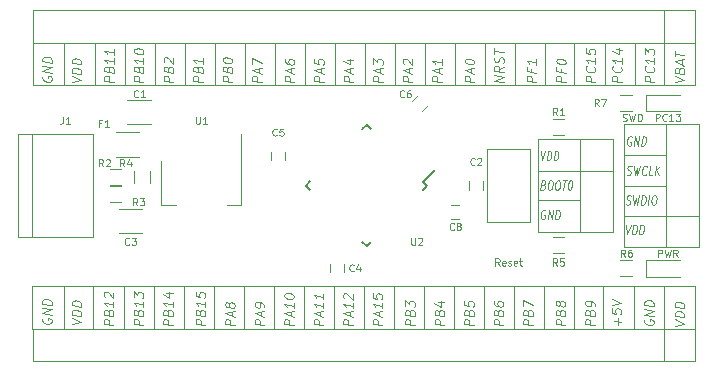
<source format=gbr>
G04 #@! TF.GenerationSoftware,KiCad,Pcbnew,(2017-05-18 revision 2a3a699)-master*
G04 #@! TF.CreationDate,2017-06-17T08:25:41+03:00*
G04 #@! TF.ProjectId,stm32f072c8tx_breakout,73746D333266303732633874785F6272,rev?*
G04 #@! TF.FileFunction,Legend,Top*
G04 #@! TF.FilePolarity,Positive*
%FSLAX46Y46*%
G04 Gerber Fmt 4.6, Leading zero omitted, Abs format (unit mm)*
G04 Created by KiCad (PCBNEW (2017-05-18 revision 2a3a699)-master) date Sat Jun 17 08:25:41 2017*
%MOMM*%
%LPD*%
G01*
G04 APERTURE LIST*
%ADD10C,0.100000*%
%ADD11C,0.120000*%
%ADD12C,0.150000*%
G04 APERTURE END LIST*
D10*
D11*
X151200000Y-121021428D02*
X151200000Y-120421428D01*
X151428571Y-120421428D01*
X151485714Y-120450000D01*
X151514285Y-120478571D01*
X151542857Y-120535714D01*
X151542857Y-120621428D01*
X151514285Y-120678571D01*
X151485714Y-120707142D01*
X151428571Y-120735714D01*
X151200000Y-120735714D01*
X151742857Y-120421428D02*
X151885714Y-121021428D01*
X152000000Y-120592857D01*
X152114285Y-121021428D01*
X152257142Y-120421428D01*
X152828571Y-121021428D02*
X152628571Y-120735714D01*
X152485714Y-121021428D02*
X152485714Y-120421428D01*
X152714285Y-120421428D01*
X152771428Y-120450000D01*
X152800000Y-120478571D01*
X152828571Y-120535714D01*
X152828571Y-120621428D01*
X152800000Y-120678571D01*
X152771428Y-120707142D01*
X152714285Y-120735714D01*
X152485714Y-120735714D01*
X150971428Y-109521428D02*
X150971428Y-108921428D01*
X151200000Y-108921428D01*
X151257142Y-108950000D01*
X151285714Y-108978571D01*
X151314285Y-109035714D01*
X151314285Y-109121428D01*
X151285714Y-109178571D01*
X151257142Y-109207142D01*
X151200000Y-109235714D01*
X150971428Y-109235714D01*
X151914285Y-109464285D02*
X151885714Y-109492857D01*
X151800000Y-109521428D01*
X151742857Y-109521428D01*
X151657142Y-109492857D01*
X151600000Y-109435714D01*
X151571428Y-109378571D01*
X151542857Y-109264285D01*
X151542857Y-109178571D01*
X151571428Y-109064285D01*
X151600000Y-109007142D01*
X151657142Y-108950000D01*
X151742857Y-108921428D01*
X151800000Y-108921428D01*
X151885714Y-108950000D01*
X151914285Y-108978571D01*
X152485714Y-109521428D02*
X152142857Y-109521428D01*
X152314285Y-109521428D02*
X152314285Y-108921428D01*
X152257142Y-109007142D01*
X152200000Y-109064285D01*
X152142857Y-109092857D01*
X152685714Y-108921428D02*
X153057142Y-108921428D01*
X152857142Y-109150000D01*
X152942857Y-109150000D01*
X153000000Y-109178571D01*
X153028571Y-109207142D01*
X153057142Y-109264285D01*
X153057142Y-109407142D01*
X153028571Y-109464285D01*
X153000000Y-109492857D01*
X152942857Y-109521428D01*
X152771428Y-109521428D01*
X152714285Y-109492857D01*
X152685714Y-109464285D01*
X148185714Y-109492857D02*
X148271428Y-109521428D01*
X148414285Y-109521428D01*
X148471428Y-109492857D01*
X148500000Y-109464285D01*
X148528571Y-109407142D01*
X148528571Y-109350000D01*
X148500000Y-109292857D01*
X148471428Y-109264285D01*
X148414285Y-109235714D01*
X148300000Y-109207142D01*
X148242857Y-109178571D01*
X148214285Y-109150000D01*
X148185714Y-109092857D01*
X148185714Y-109035714D01*
X148214285Y-108978571D01*
X148242857Y-108950000D01*
X148300000Y-108921428D01*
X148442857Y-108921428D01*
X148528571Y-108950000D01*
X148728571Y-108921428D02*
X148871428Y-109521428D01*
X148985714Y-109092857D01*
X149100000Y-109521428D01*
X149242857Y-108921428D01*
X149471428Y-109521428D02*
X149471428Y-108921428D01*
X149614285Y-108921428D01*
X149700000Y-108950000D01*
X149757142Y-109007142D01*
X149785714Y-109064285D01*
X149814285Y-109178571D01*
X149814285Y-109264285D01*
X149785714Y-109378571D01*
X149757142Y-109435714D01*
X149700000Y-109492857D01*
X149614285Y-109521428D01*
X149471428Y-109521428D01*
X137757142Y-121771428D02*
X137557142Y-121485714D01*
X137414285Y-121771428D02*
X137414285Y-121171428D01*
X137642857Y-121171428D01*
X137700000Y-121200000D01*
X137728571Y-121228571D01*
X137757142Y-121285714D01*
X137757142Y-121371428D01*
X137728571Y-121428571D01*
X137700000Y-121457142D01*
X137642857Y-121485714D01*
X137414285Y-121485714D01*
X138242857Y-121742857D02*
X138185714Y-121771428D01*
X138071428Y-121771428D01*
X138014285Y-121742857D01*
X137985714Y-121685714D01*
X137985714Y-121457142D01*
X138014285Y-121400000D01*
X138071428Y-121371428D01*
X138185714Y-121371428D01*
X138242857Y-121400000D01*
X138271428Y-121457142D01*
X138271428Y-121514285D01*
X137985714Y-121571428D01*
X138500000Y-121742857D02*
X138557142Y-121771428D01*
X138671428Y-121771428D01*
X138728571Y-121742857D01*
X138757142Y-121685714D01*
X138757142Y-121657142D01*
X138728571Y-121600000D01*
X138671428Y-121571428D01*
X138585714Y-121571428D01*
X138528571Y-121542857D01*
X138500000Y-121485714D01*
X138500000Y-121457142D01*
X138528571Y-121400000D01*
X138585714Y-121371428D01*
X138671428Y-121371428D01*
X138728571Y-121400000D01*
X139242857Y-121742857D02*
X139185714Y-121771428D01*
X139071428Y-121771428D01*
X139014285Y-121742857D01*
X138985714Y-121685714D01*
X138985714Y-121457142D01*
X139014285Y-121400000D01*
X139071428Y-121371428D01*
X139185714Y-121371428D01*
X139242857Y-121400000D01*
X139271428Y-121457142D01*
X139271428Y-121514285D01*
X138985714Y-121571428D01*
X139442857Y-121371428D02*
X139671428Y-121371428D01*
X139528571Y-121171428D02*
X139528571Y-121685714D01*
X139557142Y-121742857D01*
X139614285Y-121771428D01*
X139671428Y-121771428D01*
X141478000Y-114942857D02*
X141558952Y-114980952D01*
X141582761Y-115019047D01*
X141601809Y-115095238D01*
X141587523Y-115209523D01*
X141549428Y-115285714D01*
X141516095Y-115323809D01*
X141454190Y-115361904D01*
X141225619Y-115361904D01*
X141325619Y-114561904D01*
X141525619Y-114561904D01*
X141578000Y-114600000D01*
X141601809Y-114638095D01*
X141620857Y-114714285D01*
X141611333Y-114790476D01*
X141573238Y-114866666D01*
X141539904Y-114904761D01*
X141478000Y-114942857D01*
X141278000Y-114942857D01*
X142039904Y-114561904D02*
X142154190Y-114561904D01*
X142206571Y-114600000D01*
X142254190Y-114676190D01*
X142263714Y-114828571D01*
X142230380Y-115095238D01*
X142182761Y-115247619D01*
X142116095Y-115323809D01*
X142054190Y-115361904D01*
X141939904Y-115361904D01*
X141887523Y-115323809D01*
X141839904Y-115247619D01*
X141830380Y-115095238D01*
X141863714Y-114828571D01*
X141911333Y-114676190D01*
X141978000Y-114600000D01*
X142039904Y-114561904D01*
X142668476Y-114561904D02*
X142782761Y-114561904D01*
X142835142Y-114600000D01*
X142882761Y-114676190D01*
X142892285Y-114828571D01*
X142858952Y-115095238D01*
X142811333Y-115247619D01*
X142744666Y-115323809D01*
X142682761Y-115361904D01*
X142568476Y-115361904D01*
X142516095Y-115323809D01*
X142468476Y-115247619D01*
X142458952Y-115095238D01*
X142492285Y-114828571D01*
X142539904Y-114676190D01*
X142606571Y-114600000D01*
X142668476Y-114561904D01*
X143097047Y-114561904D02*
X143439904Y-114561904D01*
X143168476Y-115361904D02*
X143268476Y-114561904D01*
X143754190Y-114561904D02*
X143811333Y-114561904D01*
X143863714Y-114600000D01*
X143887523Y-114638095D01*
X143906571Y-114714285D01*
X143916095Y-114866666D01*
X143892285Y-115057142D01*
X143844666Y-115209523D01*
X143806571Y-115285714D01*
X143773238Y-115323809D01*
X143711333Y-115361904D01*
X143654190Y-115361904D01*
X143601809Y-115323809D01*
X143578000Y-115285714D01*
X143558952Y-115209523D01*
X143549428Y-115057142D01*
X143573238Y-114866666D01*
X143620857Y-114714285D01*
X143658952Y-114638095D01*
X143692285Y-114600000D01*
X143754190Y-114561904D01*
X141635142Y-117100000D02*
X141582761Y-117061904D01*
X141497047Y-117061904D01*
X141406571Y-117100000D01*
X141339904Y-117176190D01*
X141301809Y-117252380D01*
X141254190Y-117404761D01*
X141239904Y-117519047D01*
X141249428Y-117671428D01*
X141268476Y-117747619D01*
X141316095Y-117823809D01*
X141397047Y-117861904D01*
X141454190Y-117861904D01*
X141544666Y-117823809D01*
X141578000Y-117785714D01*
X141611333Y-117519047D01*
X141497047Y-117519047D01*
X141825619Y-117861904D02*
X141925619Y-117061904D01*
X142168476Y-117861904D01*
X142268476Y-117061904D01*
X142454190Y-117861904D02*
X142554190Y-117061904D01*
X142697047Y-117061904D01*
X142778000Y-117100000D01*
X142825619Y-117176190D01*
X142844666Y-117252380D01*
X142854190Y-117404761D01*
X142839904Y-117519047D01*
X142792285Y-117671428D01*
X142754190Y-117747619D01*
X142687523Y-117823809D01*
X142597047Y-117861904D01*
X142454190Y-117861904D01*
X141239904Y-112061904D02*
X141339904Y-112861904D01*
X141639904Y-112061904D01*
X141739904Y-112861904D02*
X141839904Y-112061904D01*
X141982761Y-112061904D01*
X142063714Y-112100000D01*
X142111333Y-112176190D01*
X142130380Y-112252380D01*
X142139904Y-112404761D01*
X142125619Y-112519047D01*
X142078000Y-112671428D01*
X142039904Y-112747619D01*
X141973238Y-112823809D01*
X141882761Y-112861904D01*
X141739904Y-112861904D01*
X142339904Y-112861904D02*
X142439904Y-112061904D01*
X142582761Y-112061904D01*
X142663714Y-112100000D01*
X142711333Y-112176190D01*
X142730380Y-112252380D01*
X142739904Y-112404761D01*
X142725619Y-112519047D01*
X142678000Y-112671428D01*
X142639904Y-112747619D01*
X142573238Y-112823809D01*
X142482761Y-112861904D01*
X142339904Y-112861904D01*
X147390000Y-111070000D02*
X147390000Y-113730000D01*
X146000000Y-111070000D02*
X147390000Y-111070000D01*
X144610000Y-112460000D02*
X144610000Y-113730000D01*
X141010000Y-118930000D02*
X144610000Y-118930000D01*
X141010000Y-116250000D02*
X144610000Y-116250000D01*
X141010000Y-113730000D02*
X144610000Y-113730000D01*
X141010000Y-118930000D02*
X141010000Y-111070000D01*
X141010000Y-111070000D02*
X144610000Y-111070000D01*
X101541904Y-126741047D02*
X102341904Y-126574380D01*
X101541904Y-126207714D01*
X102341904Y-126041047D02*
X101541904Y-125941047D01*
X101541904Y-125750571D01*
X101580000Y-125641047D01*
X101656190Y-125574380D01*
X101732380Y-125545809D01*
X101884761Y-125526761D01*
X101999047Y-125541047D01*
X102151428Y-125598190D01*
X102227619Y-125645809D01*
X102303809Y-125731523D01*
X102341904Y-125850571D01*
X102341904Y-126041047D01*
X102341904Y-125241047D02*
X101541904Y-125141047D01*
X101541904Y-124950571D01*
X101580000Y-124841047D01*
X101656190Y-124774380D01*
X101732380Y-124745809D01*
X101884761Y-124726761D01*
X101999047Y-124741047D01*
X102151428Y-124798190D01*
X102227619Y-124845809D01*
X102303809Y-124931523D01*
X102341904Y-125050571D01*
X102341904Y-125241047D01*
X99080000Y-126212476D02*
X99041904Y-126283904D01*
X99041904Y-126398190D01*
X99080000Y-126517238D01*
X99156190Y-126602952D01*
X99232380Y-126650571D01*
X99384761Y-126707714D01*
X99499047Y-126722000D01*
X99651428Y-126702952D01*
X99727619Y-126674380D01*
X99803809Y-126607714D01*
X99841904Y-126498190D01*
X99841904Y-126422000D01*
X99803809Y-126302952D01*
X99765714Y-126260095D01*
X99499047Y-126226761D01*
X99499047Y-126379142D01*
X99841904Y-125926761D02*
X99041904Y-125826761D01*
X99841904Y-125469619D01*
X99041904Y-125369619D01*
X99841904Y-125088666D02*
X99041904Y-124988666D01*
X99041904Y-124798190D01*
X99080000Y-124688666D01*
X99156190Y-124622000D01*
X99232380Y-124593428D01*
X99384761Y-124574380D01*
X99499047Y-124588666D01*
X99651428Y-124645809D01*
X99727619Y-124693428D01*
X99803809Y-124779142D01*
X99841904Y-124898190D01*
X99841904Y-125088666D01*
X98210000Y-123510000D02*
X98210000Y-127110000D01*
X100860000Y-123510000D02*
X100860000Y-127110000D01*
X140861904Y-106226761D02*
X140061904Y-106126761D01*
X140061904Y-105822000D01*
X140100000Y-105750571D01*
X140138095Y-105717238D01*
X140214285Y-105688666D01*
X140328571Y-105702952D01*
X140404761Y-105750571D01*
X140442857Y-105793428D01*
X140480952Y-105874380D01*
X140480952Y-106179142D01*
X140442857Y-105107714D02*
X140442857Y-105374380D01*
X140861904Y-105426761D02*
X140061904Y-105326761D01*
X140061904Y-104945809D01*
X140861904Y-104322000D02*
X140861904Y-104779142D01*
X140861904Y-104550571D02*
X140061904Y-104450571D01*
X140176190Y-104541047D01*
X140252380Y-104626761D01*
X140290476Y-104707714D01*
X120361904Y-106226761D02*
X119561904Y-106126761D01*
X119561904Y-105822000D01*
X119600000Y-105750571D01*
X119638095Y-105717238D01*
X119714285Y-105688666D01*
X119828571Y-105702952D01*
X119904761Y-105750571D01*
X119942857Y-105793428D01*
X119980952Y-105874380D01*
X119980952Y-106179142D01*
X120133333Y-105436285D02*
X120133333Y-105055333D01*
X120361904Y-105541047D02*
X119561904Y-105174380D01*
X120361904Y-105007714D01*
X119561904Y-104298190D02*
X119561904Y-104450571D01*
X119600000Y-104531523D01*
X119638095Y-104574380D01*
X119752380Y-104664857D01*
X119904761Y-104722000D01*
X120209523Y-104760095D01*
X120285714Y-104731523D01*
X120323809Y-104698190D01*
X120361904Y-104626761D01*
X120361904Y-104474380D01*
X120323809Y-104393428D01*
X120285714Y-104350571D01*
X120209523Y-104302952D01*
X120019047Y-104279142D01*
X119942857Y-104307714D01*
X119904761Y-104341047D01*
X119866666Y-104412476D01*
X119866666Y-104564857D01*
X119904761Y-104645809D01*
X119942857Y-104688666D01*
X120019047Y-104736285D01*
X151690000Y-106500000D02*
X151690000Y-102890000D01*
X98230000Y-102880000D02*
X98230000Y-106500000D01*
X148489904Y-118311904D02*
X148589904Y-119111904D01*
X148889904Y-118311904D01*
X148989904Y-119111904D02*
X149089904Y-118311904D01*
X149232761Y-118311904D01*
X149313714Y-118350000D01*
X149361333Y-118426190D01*
X149380380Y-118502380D01*
X149389904Y-118654761D01*
X149375619Y-118769047D01*
X149328000Y-118921428D01*
X149289904Y-118997619D01*
X149223238Y-119073809D01*
X149132761Y-119111904D01*
X148989904Y-119111904D01*
X149589904Y-119111904D02*
X149689904Y-118311904D01*
X149832761Y-118311904D01*
X149913714Y-118350000D01*
X149961333Y-118426190D01*
X149980380Y-118502380D01*
X149989904Y-118654761D01*
X149975619Y-118769047D01*
X149928000Y-118921428D01*
X149889904Y-118997619D01*
X149823238Y-119073809D01*
X149732761Y-119111904D01*
X149589904Y-119111904D01*
X148451809Y-116573809D02*
X148532761Y-116611904D01*
X148675619Y-116611904D01*
X148737523Y-116573809D01*
X148770857Y-116535714D01*
X148808952Y-116459523D01*
X148818476Y-116383333D01*
X148799428Y-116307142D01*
X148775619Y-116269047D01*
X148723238Y-116230952D01*
X148613714Y-116192857D01*
X148561333Y-116154761D01*
X148537523Y-116116666D01*
X148518476Y-116040476D01*
X148528000Y-115964285D01*
X148566095Y-115888095D01*
X148599428Y-115850000D01*
X148661333Y-115811904D01*
X148804190Y-115811904D01*
X148885142Y-115850000D01*
X149089904Y-115811904D02*
X149132761Y-116611904D01*
X149318476Y-116040476D01*
X149361333Y-116611904D01*
X149604190Y-115811904D01*
X149732761Y-116611904D02*
X149832761Y-115811904D01*
X149975619Y-115811904D01*
X150056571Y-115850000D01*
X150104190Y-115926190D01*
X150123238Y-116002380D01*
X150132761Y-116154761D01*
X150118476Y-116269047D01*
X150070857Y-116421428D01*
X150032761Y-116497619D01*
X149966095Y-116573809D01*
X149875619Y-116611904D01*
X149732761Y-116611904D01*
X150332761Y-116611904D02*
X150432761Y-115811904D01*
X150832761Y-115811904D02*
X150947047Y-115811904D01*
X150999428Y-115850000D01*
X151047047Y-115926190D01*
X151056571Y-116078571D01*
X151023238Y-116345238D01*
X150975619Y-116497619D01*
X150908952Y-116573809D01*
X150847047Y-116611904D01*
X150732761Y-116611904D01*
X150680380Y-116573809D01*
X150632761Y-116497619D01*
X150623238Y-116345238D01*
X150656571Y-116078571D01*
X150704190Y-115926190D01*
X150770857Y-115850000D01*
X150832761Y-115811904D01*
X148521809Y-114073809D02*
X148602761Y-114111904D01*
X148745619Y-114111904D01*
X148807523Y-114073809D01*
X148840857Y-114035714D01*
X148878952Y-113959523D01*
X148888476Y-113883333D01*
X148869428Y-113807142D01*
X148845619Y-113769047D01*
X148793238Y-113730952D01*
X148683714Y-113692857D01*
X148631333Y-113654761D01*
X148607523Y-113616666D01*
X148588476Y-113540476D01*
X148598000Y-113464285D01*
X148636095Y-113388095D01*
X148669428Y-113350000D01*
X148731333Y-113311904D01*
X148874190Y-113311904D01*
X148955142Y-113350000D01*
X149159904Y-113311904D02*
X149202761Y-114111904D01*
X149388476Y-113540476D01*
X149431333Y-114111904D01*
X149674190Y-113311904D01*
X150155142Y-114035714D02*
X150121809Y-114073809D01*
X150031333Y-114111904D01*
X149974190Y-114111904D01*
X149893238Y-114073809D01*
X149845619Y-113997619D01*
X149826571Y-113921428D01*
X149817047Y-113769047D01*
X149831333Y-113654761D01*
X149878952Y-113502380D01*
X149917047Y-113426190D01*
X149983714Y-113350000D01*
X150074190Y-113311904D01*
X150131333Y-113311904D01*
X150212285Y-113350000D01*
X150236095Y-113388095D01*
X150688476Y-114111904D02*
X150402761Y-114111904D01*
X150502761Y-113311904D01*
X150888476Y-114111904D02*
X150988476Y-113311904D01*
X151231333Y-114111904D02*
X151031333Y-113654761D01*
X151331333Y-113311904D02*
X150931333Y-113769047D01*
X148955142Y-110850000D02*
X148902761Y-110811904D01*
X148817047Y-110811904D01*
X148726571Y-110850000D01*
X148659904Y-110926190D01*
X148621809Y-111002380D01*
X148574190Y-111154761D01*
X148559904Y-111269047D01*
X148569428Y-111421428D01*
X148588476Y-111497619D01*
X148636095Y-111573809D01*
X148717047Y-111611904D01*
X148774190Y-111611904D01*
X148864666Y-111573809D01*
X148898000Y-111535714D01*
X148931333Y-111269047D01*
X148817047Y-111269047D01*
X149145619Y-111611904D02*
X149245619Y-110811904D01*
X149488476Y-111611904D01*
X149588476Y-110811904D01*
X149774190Y-111611904D02*
X149874190Y-110811904D01*
X150017047Y-110811904D01*
X150098000Y-110850000D01*
X150145619Y-110926190D01*
X150164666Y-111002380D01*
X150174190Y-111154761D01*
X150159904Y-111269047D01*
X150112285Y-111421428D01*
X150074190Y-111497619D01*
X150007523Y-111573809D01*
X149917047Y-111611904D01*
X149774190Y-111611904D01*
X154640000Y-117560000D02*
X154640000Y-118830000D01*
X151860000Y-117560000D02*
X151860000Y-120220000D01*
X148260000Y-120220000D02*
X153250000Y-120220000D01*
X148260000Y-112450000D02*
X151860000Y-112450000D01*
X148260000Y-115040000D02*
X151860000Y-115040000D01*
X148260000Y-120220000D02*
X148260000Y-109820000D01*
X148260000Y-117560000D02*
X151860000Y-117560000D01*
X148260000Y-109820000D02*
X151860000Y-109820000D01*
X154350000Y-129890000D02*
X154350000Y-128500000D01*
X151690000Y-129890000D02*
X154350000Y-129890000D01*
X151690000Y-100110000D02*
X152960000Y-100110000D01*
X152960000Y-127110000D02*
X151690000Y-127110000D01*
X144035000Y-123510000D02*
X144035000Y-127110000D01*
X146560000Y-123510000D02*
X146560000Y-127110000D01*
X149135000Y-123510000D02*
X149135000Y-127110000D01*
X107571904Y-126836761D02*
X106771904Y-126736761D01*
X106771904Y-126432000D01*
X106810000Y-126360571D01*
X106848095Y-126327238D01*
X106924285Y-126298666D01*
X107038571Y-126312952D01*
X107114761Y-126360571D01*
X107152857Y-126403428D01*
X107190952Y-126484380D01*
X107190952Y-126789142D01*
X107152857Y-125717714D02*
X107190952Y-125608190D01*
X107229047Y-125574857D01*
X107305238Y-125546285D01*
X107419523Y-125560571D01*
X107495714Y-125608190D01*
X107533809Y-125651047D01*
X107571904Y-125732000D01*
X107571904Y-126036761D01*
X106771904Y-125936761D01*
X106771904Y-125670095D01*
X106810000Y-125598666D01*
X106848095Y-125565333D01*
X106924285Y-125536761D01*
X107000476Y-125546285D01*
X107076666Y-125593904D01*
X107114761Y-125636761D01*
X107152857Y-125717714D01*
X107152857Y-125984380D01*
X107571904Y-124817714D02*
X107571904Y-125274857D01*
X107571904Y-125046285D02*
X106771904Y-124946285D01*
X106886190Y-125036761D01*
X106962380Y-125122476D01*
X107000476Y-125203428D01*
X106771904Y-124451047D02*
X106771904Y-123955809D01*
X107076666Y-124260571D01*
X107076666Y-124146285D01*
X107114761Y-124074857D01*
X107152857Y-124041523D01*
X107229047Y-124012952D01*
X107419523Y-124036761D01*
X107495714Y-124084380D01*
X107533809Y-124127238D01*
X107571904Y-124208190D01*
X107571904Y-124436761D01*
X107533809Y-124508190D01*
X107495714Y-124541523D01*
X110071904Y-126836761D02*
X109271904Y-126736761D01*
X109271904Y-126432000D01*
X109310000Y-126360571D01*
X109348095Y-126327238D01*
X109424285Y-126298666D01*
X109538571Y-126312952D01*
X109614761Y-126360571D01*
X109652857Y-126403428D01*
X109690952Y-126484380D01*
X109690952Y-126789142D01*
X109652857Y-125717714D02*
X109690952Y-125608190D01*
X109729047Y-125574857D01*
X109805238Y-125546285D01*
X109919523Y-125560571D01*
X109995714Y-125608190D01*
X110033809Y-125651047D01*
X110071904Y-125732000D01*
X110071904Y-126036761D01*
X109271904Y-125936761D01*
X109271904Y-125670095D01*
X109310000Y-125598666D01*
X109348095Y-125565333D01*
X109424285Y-125536761D01*
X109500476Y-125546285D01*
X109576666Y-125593904D01*
X109614761Y-125636761D01*
X109652857Y-125717714D01*
X109652857Y-125984380D01*
X110071904Y-124817714D02*
X110071904Y-125274857D01*
X110071904Y-125046285D02*
X109271904Y-124946285D01*
X109386190Y-125036761D01*
X109462380Y-125122476D01*
X109500476Y-125203428D01*
X109538571Y-124065333D02*
X110071904Y-124132000D01*
X109233809Y-124217714D02*
X109805238Y-124479619D01*
X109805238Y-123984380D01*
X152591904Y-126851047D02*
X153391904Y-126684380D01*
X152591904Y-126317714D01*
X153391904Y-126151047D02*
X152591904Y-126051047D01*
X152591904Y-125860571D01*
X152630000Y-125751047D01*
X152706190Y-125684380D01*
X152782380Y-125655809D01*
X152934761Y-125636761D01*
X153049047Y-125651047D01*
X153201428Y-125708190D01*
X153277619Y-125755809D01*
X153353809Y-125841523D01*
X153391904Y-125960571D01*
X153391904Y-126151047D01*
X153391904Y-125351047D02*
X152591904Y-125251047D01*
X152591904Y-125060571D01*
X152630000Y-124951047D01*
X152706190Y-124884380D01*
X152782380Y-124855809D01*
X152934761Y-124836761D01*
X153049047Y-124851047D01*
X153201428Y-124908190D01*
X153277619Y-124955809D01*
X153353809Y-125041523D01*
X153391904Y-125160571D01*
X153391904Y-125351047D01*
X154350000Y-127120000D02*
X154350000Y-123510000D01*
X138071904Y-126836761D02*
X137271904Y-126736761D01*
X137271904Y-126432000D01*
X137310000Y-126360571D01*
X137348095Y-126327238D01*
X137424285Y-126298666D01*
X137538571Y-126312952D01*
X137614761Y-126360571D01*
X137652857Y-126403428D01*
X137690952Y-126484380D01*
X137690952Y-126789142D01*
X137652857Y-125717714D02*
X137690952Y-125608190D01*
X137729047Y-125574857D01*
X137805238Y-125546285D01*
X137919523Y-125560571D01*
X137995714Y-125608190D01*
X138033809Y-125651047D01*
X138071904Y-125732000D01*
X138071904Y-126036761D01*
X137271904Y-125936761D01*
X137271904Y-125670095D01*
X137310000Y-125598666D01*
X137348095Y-125565333D01*
X137424285Y-125536761D01*
X137500476Y-125546285D01*
X137576666Y-125593904D01*
X137614761Y-125636761D01*
X137652857Y-125717714D01*
X137652857Y-125984380D01*
X137271904Y-124793904D02*
X137271904Y-124946285D01*
X137310000Y-125027238D01*
X137348095Y-125070095D01*
X137462380Y-125160571D01*
X137614761Y-125217714D01*
X137919523Y-125255809D01*
X137995714Y-125227238D01*
X138033809Y-125193904D01*
X138071904Y-125122476D01*
X138071904Y-124970095D01*
X138033809Y-124889142D01*
X137995714Y-124846285D01*
X137919523Y-124798666D01*
X137729047Y-124774857D01*
X137652857Y-124803428D01*
X137614761Y-124836761D01*
X137576666Y-124908190D01*
X137576666Y-125060571D01*
X137614761Y-125141523D01*
X137652857Y-125184380D01*
X137729047Y-125232000D01*
X140571904Y-126836761D02*
X139771904Y-126736761D01*
X139771904Y-126432000D01*
X139810000Y-126360571D01*
X139848095Y-126327238D01*
X139924285Y-126298666D01*
X140038571Y-126312952D01*
X140114761Y-126360571D01*
X140152857Y-126403428D01*
X140190952Y-126484380D01*
X140190952Y-126789142D01*
X140152857Y-125717714D02*
X140190952Y-125608190D01*
X140229047Y-125574857D01*
X140305238Y-125546285D01*
X140419523Y-125560571D01*
X140495714Y-125608190D01*
X140533809Y-125651047D01*
X140571904Y-125732000D01*
X140571904Y-126036761D01*
X139771904Y-125936761D01*
X139771904Y-125670095D01*
X139810000Y-125598666D01*
X139848095Y-125565333D01*
X139924285Y-125536761D01*
X140000476Y-125546285D01*
X140076666Y-125593904D01*
X140114761Y-125636761D01*
X140152857Y-125717714D01*
X140152857Y-125984380D01*
X139771904Y-125212952D02*
X139771904Y-124679619D01*
X140571904Y-125122476D01*
X143321904Y-126836761D02*
X142521904Y-126736761D01*
X142521904Y-126432000D01*
X142560000Y-126360571D01*
X142598095Y-126327238D01*
X142674285Y-126298666D01*
X142788571Y-126312952D01*
X142864761Y-126360571D01*
X142902857Y-126403428D01*
X142940952Y-126484380D01*
X142940952Y-126789142D01*
X142902857Y-125717714D02*
X142940952Y-125608190D01*
X142979047Y-125574857D01*
X143055238Y-125546285D01*
X143169523Y-125560571D01*
X143245714Y-125608190D01*
X143283809Y-125651047D01*
X143321904Y-125732000D01*
X143321904Y-126036761D01*
X142521904Y-125936761D01*
X142521904Y-125670095D01*
X142560000Y-125598666D01*
X142598095Y-125565333D01*
X142674285Y-125536761D01*
X142750476Y-125546285D01*
X142826666Y-125593904D01*
X142864761Y-125636761D01*
X142902857Y-125717714D01*
X142902857Y-125984380D01*
X142864761Y-125065333D02*
X142826666Y-125136761D01*
X142788571Y-125170095D01*
X142712380Y-125198666D01*
X142674285Y-125193904D01*
X142598095Y-125146285D01*
X142560000Y-125103428D01*
X142521904Y-125022476D01*
X142521904Y-124870095D01*
X142560000Y-124798666D01*
X142598095Y-124765333D01*
X142674285Y-124736761D01*
X142712380Y-124741523D01*
X142788571Y-124789142D01*
X142826666Y-124832000D01*
X142864761Y-124912952D01*
X142864761Y-125065333D01*
X142902857Y-125146285D01*
X142940952Y-125189142D01*
X143017142Y-125236761D01*
X143169523Y-125255809D01*
X143245714Y-125227238D01*
X143283809Y-125193904D01*
X143321904Y-125122476D01*
X143321904Y-124970095D01*
X143283809Y-124889142D01*
X143245714Y-124846285D01*
X143169523Y-124798666D01*
X143017142Y-124779619D01*
X142940952Y-124808190D01*
X142902857Y-124841523D01*
X142864761Y-124912952D01*
X145821904Y-126836761D02*
X145021904Y-126736761D01*
X145021904Y-126432000D01*
X145060000Y-126360571D01*
X145098095Y-126327238D01*
X145174285Y-126298666D01*
X145288571Y-126312952D01*
X145364761Y-126360571D01*
X145402857Y-126403428D01*
X145440952Y-126484380D01*
X145440952Y-126789142D01*
X145402857Y-125717714D02*
X145440952Y-125608190D01*
X145479047Y-125574857D01*
X145555238Y-125546285D01*
X145669523Y-125560571D01*
X145745714Y-125608190D01*
X145783809Y-125651047D01*
X145821904Y-125732000D01*
X145821904Y-126036761D01*
X145021904Y-125936761D01*
X145021904Y-125670095D01*
X145060000Y-125598666D01*
X145098095Y-125565333D01*
X145174285Y-125536761D01*
X145250476Y-125546285D01*
X145326666Y-125593904D01*
X145364761Y-125636761D01*
X145402857Y-125717714D01*
X145402857Y-125984380D01*
X145821904Y-125198666D02*
X145821904Y-125046285D01*
X145783809Y-124965333D01*
X145745714Y-124922476D01*
X145631428Y-124832000D01*
X145479047Y-124774857D01*
X145174285Y-124736761D01*
X145098095Y-124765333D01*
X145060000Y-124798666D01*
X145021904Y-124870095D01*
X145021904Y-125022476D01*
X145060000Y-125103428D01*
X145098095Y-125146285D01*
X145174285Y-125193904D01*
X145364761Y-125217714D01*
X145440952Y-125189142D01*
X145479047Y-125155809D01*
X145517142Y-125084380D01*
X145517142Y-124932000D01*
X145479047Y-124851047D01*
X145440952Y-124808190D01*
X145364761Y-124760571D01*
X147767142Y-126798666D02*
X147767142Y-126189142D01*
X148071904Y-126532000D02*
X147462380Y-126455809D01*
X147271904Y-125365333D02*
X147271904Y-125746285D01*
X147652857Y-125832000D01*
X147614761Y-125789142D01*
X147576666Y-125708190D01*
X147576666Y-125517714D01*
X147614761Y-125446285D01*
X147652857Y-125412952D01*
X147729047Y-125384380D01*
X147919523Y-125408190D01*
X147995714Y-125455809D01*
X148033809Y-125498666D01*
X148071904Y-125579619D01*
X148071904Y-125770095D01*
X148033809Y-125841523D01*
X147995714Y-125874857D01*
X147271904Y-125098666D02*
X148071904Y-124932000D01*
X147271904Y-124565333D01*
X118660000Y-123510000D02*
X118660000Y-127110000D01*
X121210000Y-123510000D02*
X121210000Y-127110000D01*
X123735000Y-123510000D02*
X123735000Y-127110000D01*
X126260000Y-123510000D02*
X126260000Y-127110000D01*
X128810000Y-123510000D02*
X128810000Y-127110000D01*
X103310000Y-123510000D02*
X103310000Y-127110000D01*
X98230000Y-123510000D02*
X154350000Y-123510000D01*
X151690000Y-127120000D02*
X151690000Y-123510000D01*
X105071904Y-126836761D02*
X104271904Y-126736761D01*
X104271904Y-126432000D01*
X104310000Y-126360571D01*
X104348095Y-126327238D01*
X104424285Y-126298666D01*
X104538571Y-126312952D01*
X104614761Y-126360571D01*
X104652857Y-126403428D01*
X104690952Y-126484380D01*
X104690952Y-126789142D01*
X104652857Y-125717714D02*
X104690952Y-125608190D01*
X104729047Y-125574857D01*
X104805238Y-125546285D01*
X104919523Y-125560571D01*
X104995714Y-125608190D01*
X105033809Y-125651047D01*
X105071904Y-125732000D01*
X105071904Y-126036761D01*
X104271904Y-125936761D01*
X104271904Y-125670095D01*
X104310000Y-125598666D01*
X104348095Y-125565333D01*
X104424285Y-125536761D01*
X104500476Y-125546285D01*
X104576666Y-125593904D01*
X104614761Y-125636761D01*
X104652857Y-125717714D01*
X104652857Y-125984380D01*
X105071904Y-124817714D02*
X105071904Y-125274857D01*
X105071904Y-125046285D02*
X104271904Y-124946285D01*
X104386190Y-125036761D01*
X104462380Y-125122476D01*
X104500476Y-125203428D01*
X104348095Y-124422476D02*
X104310000Y-124379619D01*
X104271904Y-124298666D01*
X104271904Y-124108190D01*
X104310000Y-124036761D01*
X104348095Y-124003428D01*
X104424285Y-123974857D01*
X104500476Y-123984380D01*
X104614761Y-124036761D01*
X105071904Y-124551047D01*
X105071904Y-124055809D01*
X150060000Y-126322476D02*
X150021904Y-126393904D01*
X150021904Y-126508190D01*
X150060000Y-126627238D01*
X150136190Y-126712952D01*
X150212380Y-126760571D01*
X150364761Y-126817714D01*
X150479047Y-126832000D01*
X150631428Y-126812952D01*
X150707619Y-126784380D01*
X150783809Y-126717714D01*
X150821904Y-126608190D01*
X150821904Y-126532000D01*
X150783809Y-126412952D01*
X150745714Y-126370095D01*
X150479047Y-126336761D01*
X150479047Y-126489142D01*
X150821904Y-126036761D02*
X150021904Y-125936761D01*
X150821904Y-125579619D01*
X150021904Y-125479619D01*
X150821904Y-125198666D02*
X150021904Y-125098666D01*
X150021904Y-124908190D01*
X150060000Y-124798666D01*
X150136190Y-124732000D01*
X150212380Y-124703428D01*
X150364761Y-124684380D01*
X150479047Y-124698666D01*
X150631428Y-124755809D01*
X150707619Y-124803428D01*
X150783809Y-124889142D01*
X150821904Y-125008190D01*
X150821904Y-125198666D01*
X112821904Y-126836761D02*
X112021904Y-126736761D01*
X112021904Y-126432000D01*
X112060000Y-126360571D01*
X112098095Y-126327238D01*
X112174285Y-126298666D01*
X112288571Y-126312952D01*
X112364761Y-126360571D01*
X112402857Y-126403428D01*
X112440952Y-126484380D01*
X112440952Y-126789142D01*
X112402857Y-125717714D02*
X112440952Y-125608190D01*
X112479047Y-125574857D01*
X112555238Y-125546285D01*
X112669523Y-125560571D01*
X112745714Y-125608190D01*
X112783809Y-125651047D01*
X112821904Y-125732000D01*
X112821904Y-126036761D01*
X112021904Y-125936761D01*
X112021904Y-125670095D01*
X112060000Y-125598666D01*
X112098095Y-125565333D01*
X112174285Y-125536761D01*
X112250476Y-125546285D01*
X112326666Y-125593904D01*
X112364761Y-125636761D01*
X112402857Y-125717714D01*
X112402857Y-125984380D01*
X112821904Y-124817714D02*
X112821904Y-125274857D01*
X112821904Y-125046285D02*
X112021904Y-124946285D01*
X112136190Y-125036761D01*
X112212380Y-125122476D01*
X112250476Y-125203428D01*
X112021904Y-123993904D02*
X112021904Y-124374857D01*
X112402857Y-124460571D01*
X112364761Y-124417714D01*
X112326666Y-124336761D01*
X112326666Y-124146285D01*
X112364761Y-124074857D01*
X112402857Y-124041523D01*
X112479047Y-124012952D01*
X112669523Y-124036761D01*
X112745714Y-124084380D01*
X112783809Y-124127238D01*
X112821904Y-124208190D01*
X112821904Y-124398666D01*
X112783809Y-124470095D01*
X112745714Y-124503428D01*
X115321904Y-126836761D02*
X114521904Y-126736761D01*
X114521904Y-126432000D01*
X114560000Y-126360571D01*
X114598095Y-126327238D01*
X114674285Y-126298666D01*
X114788571Y-126312952D01*
X114864761Y-126360571D01*
X114902857Y-126403428D01*
X114940952Y-126484380D01*
X114940952Y-126789142D01*
X115093333Y-126046285D02*
X115093333Y-125665333D01*
X115321904Y-126151047D02*
X114521904Y-125784380D01*
X115321904Y-125617714D01*
X114864761Y-125179619D02*
X114826666Y-125251047D01*
X114788571Y-125284380D01*
X114712380Y-125312952D01*
X114674285Y-125308190D01*
X114598095Y-125260571D01*
X114560000Y-125217714D01*
X114521904Y-125136761D01*
X114521904Y-124984380D01*
X114560000Y-124912952D01*
X114598095Y-124879619D01*
X114674285Y-124851047D01*
X114712380Y-124855809D01*
X114788571Y-124903428D01*
X114826666Y-124946285D01*
X114864761Y-125027238D01*
X114864761Y-125179619D01*
X114902857Y-125260571D01*
X114940952Y-125303428D01*
X115017142Y-125351047D01*
X115169523Y-125370095D01*
X115245714Y-125341523D01*
X115283809Y-125308190D01*
X115321904Y-125236761D01*
X115321904Y-125084380D01*
X115283809Y-125003428D01*
X115245714Y-124960571D01*
X115169523Y-124912952D01*
X115017142Y-124893904D01*
X114940952Y-124922476D01*
X114902857Y-124955809D01*
X114864761Y-125027238D01*
X117821904Y-126836761D02*
X117021904Y-126736761D01*
X117021904Y-126432000D01*
X117060000Y-126360571D01*
X117098095Y-126327238D01*
X117174285Y-126298666D01*
X117288571Y-126312952D01*
X117364761Y-126360571D01*
X117402857Y-126403428D01*
X117440952Y-126484380D01*
X117440952Y-126789142D01*
X117593333Y-126046285D02*
X117593333Y-125665333D01*
X117821904Y-126151047D02*
X117021904Y-125784380D01*
X117821904Y-125617714D01*
X117821904Y-125312952D02*
X117821904Y-125160571D01*
X117783809Y-125079619D01*
X117745714Y-125036761D01*
X117631428Y-124946285D01*
X117479047Y-124889142D01*
X117174285Y-124851047D01*
X117098095Y-124879619D01*
X117060000Y-124912952D01*
X117021904Y-124984380D01*
X117021904Y-125136761D01*
X117060000Y-125217714D01*
X117098095Y-125260571D01*
X117174285Y-125308190D01*
X117364761Y-125332000D01*
X117440952Y-125303428D01*
X117479047Y-125270095D01*
X117517142Y-125198666D01*
X117517142Y-125046285D01*
X117479047Y-124965333D01*
X117440952Y-124922476D01*
X117364761Y-124874857D01*
X120321904Y-126836761D02*
X119521904Y-126736761D01*
X119521904Y-126432000D01*
X119560000Y-126360571D01*
X119598095Y-126327238D01*
X119674285Y-126298666D01*
X119788571Y-126312952D01*
X119864761Y-126360571D01*
X119902857Y-126403428D01*
X119940952Y-126484380D01*
X119940952Y-126789142D01*
X120093333Y-126046285D02*
X120093333Y-125665333D01*
X120321904Y-126151047D02*
X119521904Y-125784380D01*
X120321904Y-125617714D01*
X120321904Y-124932000D02*
X120321904Y-125389142D01*
X120321904Y-125160571D02*
X119521904Y-125060571D01*
X119636190Y-125151047D01*
X119712380Y-125236761D01*
X119750476Y-125317714D01*
X119521904Y-124336761D02*
X119521904Y-124260571D01*
X119560000Y-124189142D01*
X119598095Y-124155809D01*
X119674285Y-124127238D01*
X119826666Y-124108190D01*
X120017142Y-124132000D01*
X120169523Y-124189142D01*
X120245714Y-124236761D01*
X120283809Y-124279619D01*
X120321904Y-124360571D01*
X120321904Y-124436761D01*
X120283809Y-124508190D01*
X120245714Y-124541523D01*
X120169523Y-124570095D01*
X120017142Y-124589142D01*
X119826666Y-124565333D01*
X119674285Y-124508190D01*
X119598095Y-124460571D01*
X119560000Y-124417714D01*
X119521904Y-124336761D01*
X122821904Y-126836761D02*
X122021904Y-126736761D01*
X122021904Y-126432000D01*
X122060000Y-126360571D01*
X122098095Y-126327238D01*
X122174285Y-126298666D01*
X122288571Y-126312952D01*
X122364761Y-126360571D01*
X122402857Y-126403428D01*
X122440952Y-126484380D01*
X122440952Y-126789142D01*
X122593333Y-126046285D02*
X122593333Y-125665333D01*
X122821904Y-126151047D02*
X122021904Y-125784380D01*
X122821904Y-125617714D01*
X122821904Y-124932000D02*
X122821904Y-125389142D01*
X122821904Y-125160571D02*
X122021904Y-125060571D01*
X122136190Y-125151047D01*
X122212380Y-125236761D01*
X122250476Y-125317714D01*
X122821904Y-124170095D02*
X122821904Y-124627238D01*
X122821904Y-124398666D02*
X122021904Y-124298666D01*
X122136190Y-124389142D01*
X122212380Y-124474857D01*
X122250476Y-124555809D01*
X125321904Y-126836761D02*
X124521904Y-126736761D01*
X124521904Y-126432000D01*
X124560000Y-126360571D01*
X124598095Y-126327238D01*
X124674285Y-126298666D01*
X124788571Y-126312952D01*
X124864761Y-126360571D01*
X124902857Y-126403428D01*
X124940952Y-126484380D01*
X124940952Y-126789142D01*
X125093333Y-126046285D02*
X125093333Y-125665333D01*
X125321904Y-126151047D02*
X124521904Y-125784380D01*
X125321904Y-125617714D01*
X125321904Y-124932000D02*
X125321904Y-125389142D01*
X125321904Y-125160571D02*
X124521904Y-125060571D01*
X124636190Y-125151047D01*
X124712380Y-125236761D01*
X124750476Y-125317714D01*
X124598095Y-124536761D02*
X124560000Y-124493904D01*
X124521904Y-124412952D01*
X124521904Y-124222476D01*
X124560000Y-124151047D01*
X124598095Y-124117714D01*
X124674285Y-124089142D01*
X124750476Y-124098666D01*
X124864761Y-124151047D01*
X125321904Y-124665333D01*
X125321904Y-124170095D01*
X127821904Y-126836761D02*
X127021904Y-126736761D01*
X127021904Y-126432000D01*
X127060000Y-126360571D01*
X127098095Y-126327238D01*
X127174285Y-126298666D01*
X127288571Y-126312952D01*
X127364761Y-126360571D01*
X127402857Y-126403428D01*
X127440952Y-126484380D01*
X127440952Y-126789142D01*
X127593333Y-126046285D02*
X127593333Y-125665333D01*
X127821904Y-126151047D02*
X127021904Y-125784380D01*
X127821904Y-125617714D01*
X127821904Y-124932000D02*
X127821904Y-125389142D01*
X127821904Y-125160571D02*
X127021904Y-125060571D01*
X127136190Y-125151047D01*
X127212380Y-125236761D01*
X127250476Y-125317714D01*
X127021904Y-124108190D02*
X127021904Y-124489142D01*
X127402857Y-124574857D01*
X127364761Y-124532000D01*
X127326666Y-124451047D01*
X127326666Y-124260571D01*
X127364761Y-124189142D01*
X127402857Y-124155809D01*
X127479047Y-124127238D01*
X127669523Y-124151047D01*
X127745714Y-124198666D01*
X127783809Y-124241523D01*
X127821904Y-124322476D01*
X127821904Y-124512952D01*
X127783809Y-124584380D01*
X127745714Y-124617714D01*
X130571904Y-126836761D02*
X129771904Y-126736761D01*
X129771904Y-126432000D01*
X129810000Y-126360571D01*
X129848095Y-126327238D01*
X129924285Y-126298666D01*
X130038571Y-126312952D01*
X130114761Y-126360571D01*
X130152857Y-126403428D01*
X130190952Y-126484380D01*
X130190952Y-126789142D01*
X130152857Y-125717714D02*
X130190952Y-125608190D01*
X130229047Y-125574857D01*
X130305238Y-125546285D01*
X130419523Y-125560571D01*
X130495714Y-125608190D01*
X130533809Y-125651047D01*
X130571904Y-125732000D01*
X130571904Y-126036761D01*
X129771904Y-125936761D01*
X129771904Y-125670095D01*
X129810000Y-125598666D01*
X129848095Y-125565333D01*
X129924285Y-125536761D01*
X130000476Y-125546285D01*
X130076666Y-125593904D01*
X130114761Y-125636761D01*
X130152857Y-125717714D01*
X130152857Y-125984380D01*
X129771904Y-125212952D02*
X129771904Y-124717714D01*
X130076666Y-125022476D01*
X130076666Y-124908190D01*
X130114761Y-124836761D01*
X130152857Y-124803428D01*
X130229047Y-124774857D01*
X130419523Y-124798666D01*
X130495714Y-124846285D01*
X130533809Y-124889142D01*
X130571904Y-124970095D01*
X130571904Y-125198666D01*
X130533809Y-125270095D01*
X130495714Y-125303428D01*
X133071904Y-126836761D02*
X132271904Y-126736761D01*
X132271904Y-126432000D01*
X132310000Y-126360571D01*
X132348095Y-126327238D01*
X132424285Y-126298666D01*
X132538571Y-126312952D01*
X132614761Y-126360571D01*
X132652857Y-126403428D01*
X132690952Y-126484380D01*
X132690952Y-126789142D01*
X132652857Y-125717714D02*
X132690952Y-125608190D01*
X132729047Y-125574857D01*
X132805238Y-125546285D01*
X132919523Y-125560571D01*
X132995714Y-125608190D01*
X133033809Y-125651047D01*
X133071904Y-125732000D01*
X133071904Y-126036761D01*
X132271904Y-125936761D01*
X132271904Y-125670095D01*
X132310000Y-125598666D01*
X132348095Y-125565333D01*
X132424285Y-125536761D01*
X132500476Y-125546285D01*
X132576666Y-125593904D01*
X132614761Y-125636761D01*
X132652857Y-125717714D01*
X132652857Y-125984380D01*
X132538571Y-124827238D02*
X133071904Y-124893904D01*
X132233809Y-124979619D02*
X132805238Y-125241523D01*
X132805238Y-124746285D01*
X135571904Y-126836761D02*
X134771904Y-126736761D01*
X134771904Y-126432000D01*
X134810000Y-126360571D01*
X134848095Y-126327238D01*
X134924285Y-126298666D01*
X135038571Y-126312952D01*
X135114761Y-126360571D01*
X135152857Y-126403428D01*
X135190952Y-126484380D01*
X135190952Y-126789142D01*
X135152857Y-125717714D02*
X135190952Y-125608190D01*
X135229047Y-125574857D01*
X135305238Y-125546285D01*
X135419523Y-125560571D01*
X135495714Y-125608190D01*
X135533809Y-125651047D01*
X135571904Y-125732000D01*
X135571904Y-126036761D01*
X134771904Y-125936761D01*
X134771904Y-125670095D01*
X134810000Y-125598666D01*
X134848095Y-125565333D01*
X134924285Y-125536761D01*
X135000476Y-125546285D01*
X135076666Y-125593904D01*
X135114761Y-125636761D01*
X135152857Y-125717714D01*
X135152857Y-125984380D01*
X134771904Y-124755809D02*
X134771904Y-125136761D01*
X135152857Y-125222476D01*
X135114761Y-125179619D01*
X135076666Y-125098666D01*
X135076666Y-124908190D01*
X135114761Y-124836761D01*
X135152857Y-124803428D01*
X135229047Y-124774857D01*
X135419523Y-124798666D01*
X135495714Y-124846285D01*
X135533809Y-124889142D01*
X135571904Y-124970095D01*
X135571904Y-125160571D01*
X135533809Y-125232000D01*
X135495714Y-125265333D01*
X105960000Y-123510000D02*
X105960000Y-127110000D01*
X108510000Y-123510000D02*
X108510000Y-127110000D01*
X111035000Y-123510000D02*
X111035000Y-127110000D01*
X113560000Y-123510000D02*
X113560000Y-127110000D01*
X116110000Y-123510000D02*
X116110000Y-127110000D01*
X131335000Y-123510000D02*
X131335000Y-127110000D01*
X133885000Y-123510000D02*
X133885000Y-127110000D01*
X136460000Y-123510000D02*
X136460000Y-127110000D01*
X138985000Y-123510000D02*
X138985000Y-127110000D01*
X141510000Y-123510000D02*
X141510000Y-127110000D01*
X152611904Y-106241047D02*
X153411904Y-106074380D01*
X152611904Y-105707714D01*
X152992857Y-105222000D02*
X153030952Y-105112476D01*
X153069047Y-105079142D01*
X153145238Y-105050571D01*
X153259523Y-105064857D01*
X153335714Y-105112476D01*
X153373809Y-105155333D01*
X153411904Y-105236285D01*
X153411904Y-105541047D01*
X152611904Y-105441047D01*
X152611904Y-105174380D01*
X152650000Y-105102952D01*
X152688095Y-105069619D01*
X152764285Y-105041047D01*
X152840476Y-105050571D01*
X152916666Y-105098190D01*
X152954761Y-105141047D01*
X152992857Y-105222000D01*
X152992857Y-105488666D01*
X153183333Y-104750571D02*
X153183333Y-104369619D01*
X153411904Y-104855333D02*
X152611904Y-104488666D01*
X153411904Y-104322000D01*
X152611904Y-104069619D02*
X152611904Y-103612476D01*
X153411904Y-103941047D02*
X152611904Y-103841047D01*
X151690000Y-102890000D02*
X154350000Y-102890000D01*
X154350000Y-106500000D02*
X154350000Y-101500000D01*
X150861904Y-106226761D02*
X150061904Y-106126761D01*
X150061904Y-105822000D01*
X150100000Y-105750571D01*
X150138095Y-105717238D01*
X150214285Y-105688666D01*
X150328571Y-105702952D01*
X150404761Y-105750571D01*
X150442857Y-105793428D01*
X150480952Y-105874380D01*
X150480952Y-106179142D01*
X150785714Y-104960095D02*
X150823809Y-105002952D01*
X150861904Y-105122000D01*
X150861904Y-105198190D01*
X150823809Y-105307714D01*
X150747619Y-105374380D01*
X150671428Y-105402952D01*
X150519047Y-105422000D01*
X150404761Y-105407714D01*
X150252380Y-105350571D01*
X150176190Y-105302952D01*
X150100000Y-105217238D01*
X150061904Y-105098190D01*
X150061904Y-105022000D01*
X150100000Y-104912476D01*
X150138095Y-104879142D01*
X150861904Y-104207714D02*
X150861904Y-104664857D01*
X150861904Y-104436285D02*
X150061904Y-104336285D01*
X150176190Y-104426761D01*
X150252380Y-104512476D01*
X150290476Y-104593428D01*
X150061904Y-103841047D02*
X150061904Y-103345809D01*
X150366666Y-103650571D01*
X150366666Y-103536285D01*
X150404761Y-103464857D01*
X150442857Y-103431523D01*
X150519047Y-103402952D01*
X150709523Y-103426761D01*
X150785714Y-103474380D01*
X150823809Y-103517238D01*
X150861904Y-103598190D01*
X150861904Y-103826761D01*
X150823809Y-103898190D01*
X150785714Y-103931523D01*
X148111904Y-106226761D02*
X147311904Y-106126761D01*
X147311904Y-105822000D01*
X147350000Y-105750571D01*
X147388095Y-105717238D01*
X147464285Y-105688666D01*
X147578571Y-105702952D01*
X147654761Y-105750571D01*
X147692857Y-105793428D01*
X147730952Y-105874380D01*
X147730952Y-106179142D01*
X148035714Y-104960095D02*
X148073809Y-105002952D01*
X148111904Y-105122000D01*
X148111904Y-105198190D01*
X148073809Y-105307714D01*
X147997619Y-105374380D01*
X147921428Y-105402952D01*
X147769047Y-105422000D01*
X147654761Y-105407714D01*
X147502380Y-105350571D01*
X147426190Y-105302952D01*
X147350000Y-105217238D01*
X147311904Y-105098190D01*
X147311904Y-105022000D01*
X147350000Y-104912476D01*
X147388095Y-104879142D01*
X148111904Y-104207714D02*
X148111904Y-104664857D01*
X148111904Y-104436285D02*
X147311904Y-104336285D01*
X147426190Y-104426761D01*
X147502380Y-104512476D01*
X147540476Y-104593428D01*
X147578571Y-103455333D02*
X148111904Y-103522000D01*
X147273809Y-103607714D02*
X147845238Y-103869619D01*
X147845238Y-103374380D01*
X145861904Y-106226761D02*
X145061904Y-106126761D01*
X145061904Y-105822000D01*
X145100000Y-105750571D01*
X145138095Y-105717238D01*
X145214285Y-105688666D01*
X145328571Y-105702952D01*
X145404761Y-105750571D01*
X145442857Y-105793428D01*
X145480952Y-105874380D01*
X145480952Y-106179142D01*
X145785714Y-104960095D02*
X145823809Y-105002952D01*
X145861904Y-105122000D01*
X145861904Y-105198190D01*
X145823809Y-105307714D01*
X145747619Y-105374380D01*
X145671428Y-105402952D01*
X145519047Y-105422000D01*
X145404761Y-105407714D01*
X145252380Y-105350571D01*
X145176190Y-105302952D01*
X145100000Y-105217238D01*
X145061904Y-105098190D01*
X145061904Y-105022000D01*
X145100000Y-104912476D01*
X145138095Y-104879142D01*
X145861904Y-104207714D02*
X145861904Y-104664857D01*
X145861904Y-104436285D02*
X145061904Y-104336285D01*
X145176190Y-104426761D01*
X145252380Y-104512476D01*
X145290476Y-104593428D01*
X145061904Y-103383904D02*
X145061904Y-103764857D01*
X145442857Y-103850571D01*
X145404761Y-103807714D01*
X145366666Y-103726761D01*
X145366666Y-103536285D01*
X145404761Y-103464857D01*
X145442857Y-103431523D01*
X145519047Y-103402952D01*
X145709523Y-103426761D01*
X145785714Y-103474380D01*
X145823809Y-103517238D01*
X145861904Y-103598190D01*
X145861904Y-103788666D01*
X145823809Y-103860095D01*
X145785714Y-103893428D01*
X135611904Y-106226761D02*
X134811904Y-106126761D01*
X134811904Y-105822000D01*
X134850000Y-105750571D01*
X134888095Y-105717238D01*
X134964285Y-105688666D01*
X135078571Y-105702952D01*
X135154761Y-105750571D01*
X135192857Y-105793428D01*
X135230952Y-105874380D01*
X135230952Y-106179142D01*
X135383333Y-105436285D02*
X135383333Y-105055333D01*
X135611904Y-105541047D02*
X134811904Y-105174380D01*
X135611904Y-105007714D01*
X134811904Y-104488666D02*
X134811904Y-104412476D01*
X134850000Y-104341047D01*
X134888095Y-104307714D01*
X134964285Y-104279142D01*
X135116666Y-104260095D01*
X135307142Y-104283904D01*
X135459523Y-104341047D01*
X135535714Y-104388666D01*
X135573809Y-104431523D01*
X135611904Y-104512476D01*
X135611904Y-104588666D01*
X135573809Y-104660095D01*
X135535714Y-104693428D01*
X135459523Y-104722000D01*
X135307142Y-104741047D01*
X135116666Y-104717238D01*
X134964285Y-104660095D01*
X134888095Y-104612476D01*
X134850000Y-104569619D01*
X134811904Y-104488666D01*
X132861904Y-106226761D02*
X132061904Y-106126761D01*
X132061904Y-105822000D01*
X132100000Y-105750571D01*
X132138095Y-105717238D01*
X132214285Y-105688666D01*
X132328571Y-105702952D01*
X132404761Y-105750571D01*
X132442857Y-105793428D01*
X132480952Y-105874380D01*
X132480952Y-106179142D01*
X132633333Y-105436285D02*
X132633333Y-105055333D01*
X132861904Y-105541047D02*
X132061904Y-105174380D01*
X132861904Y-105007714D01*
X132861904Y-104322000D02*
X132861904Y-104779142D01*
X132861904Y-104550571D02*
X132061904Y-104450571D01*
X132176190Y-104541047D01*
X132252380Y-104626761D01*
X132290476Y-104707714D01*
X130361904Y-106226761D02*
X129561904Y-106126761D01*
X129561904Y-105822000D01*
X129600000Y-105750571D01*
X129638095Y-105717238D01*
X129714285Y-105688666D01*
X129828571Y-105702952D01*
X129904761Y-105750571D01*
X129942857Y-105793428D01*
X129980952Y-105874380D01*
X129980952Y-106179142D01*
X130133333Y-105436285D02*
X130133333Y-105055333D01*
X130361904Y-105541047D02*
X129561904Y-105174380D01*
X130361904Y-105007714D01*
X129638095Y-104688666D02*
X129600000Y-104645809D01*
X129561904Y-104564857D01*
X129561904Y-104374380D01*
X129600000Y-104302952D01*
X129638095Y-104269619D01*
X129714285Y-104241047D01*
X129790476Y-104250571D01*
X129904761Y-104302952D01*
X130361904Y-104817238D01*
X130361904Y-104322000D01*
X127861904Y-106226761D02*
X127061904Y-106126761D01*
X127061904Y-105822000D01*
X127100000Y-105750571D01*
X127138095Y-105717238D01*
X127214285Y-105688666D01*
X127328571Y-105702952D01*
X127404761Y-105750571D01*
X127442857Y-105793428D01*
X127480952Y-105874380D01*
X127480952Y-106179142D01*
X127633333Y-105436285D02*
X127633333Y-105055333D01*
X127861904Y-105541047D02*
X127061904Y-105174380D01*
X127861904Y-105007714D01*
X127061904Y-104717238D02*
X127061904Y-104222000D01*
X127366666Y-104526761D01*
X127366666Y-104412476D01*
X127404761Y-104341047D01*
X127442857Y-104307714D01*
X127519047Y-104279142D01*
X127709523Y-104302952D01*
X127785714Y-104350571D01*
X127823809Y-104393428D01*
X127861904Y-104474380D01*
X127861904Y-104702952D01*
X127823809Y-104774380D01*
X127785714Y-104807714D01*
X125361904Y-106226761D02*
X124561904Y-106126761D01*
X124561904Y-105822000D01*
X124600000Y-105750571D01*
X124638095Y-105717238D01*
X124714285Y-105688666D01*
X124828571Y-105702952D01*
X124904761Y-105750571D01*
X124942857Y-105793428D01*
X124980952Y-105874380D01*
X124980952Y-106179142D01*
X125133333Y-105436285D02*
X125133333Y-105055333D01*
X125361904Y-105541047D02*
X124561904Y-105174380D01*
X125361904Y-105007714D01*
X124828571Y-104331523D02*
X125361904Y-104398190D01*
X124523809Y-104483904D02*
X125095238Y-104745809D01*
X125095238Y-104250571D01*
X122861904Y-106226761D02*
X122061904Y-106126761D01*
X122061904Y-105822000D01*
X122100000Y-105750571D01*
X122138095Y-105717238D01*
X122214285Y-105688666D01*
X122328571Y-105702952D01*
X122404761Y-105750571D01*
X122442857Y-105793428D01*
X122480952Y-105874380D01*
X122480952Y-106179142D01*
X122633333Y-105436285D02*
X122633333Y-105055333D01*
X122861904Y-105541047D02*
X122061904Y-105174380D01*
X122861904Y-105007714D01*
X122061904Y-104260095D02*
X122061904Y-104641047D01*
X122442857Y-104726761D01*
X122404761Y-104683904D01*
X122366666Y-104602952D01*
X122366666Y-104412476D01*
X122404761Y-104341047D01*
X122442857Y-104307714D01*
X122519047Y-104279142D01*
X122709523Y-104302952D01*
X122785714Y-104350571D01*
X122823809Y-104393428D01*
X122861904Y-104474380D01*
X122861904Y-104664857D01*
X122823809Y-104736285D01*
X122785714Y-104769619D01*
X143361904Y-106226761D02*
X142561904Y-106126761D01*
X142561904Y-105822000D01*
X142600000Y-105750571D01*
X142638095Y-105717238D01*
X142714285Y-105688666D01*
X142828571Y-105702952D01*
X142904761Y-105750571D01*
X142942857Y-105793428D01*
X142980952Y-105874380D01*
X142980952Y-106179142D01*
X142942857Y-105107714D02*
X142942857Y-105374380D01*
X143361904Y-105426761D02*
X142561904Y-105326761D01*
X142561904Y-104945809D01*
X142561904Y-104488666D02*
X142561904Y-104412476D01*
X142600000Y-104341047D01*
X142638095Y-104307714D01*
X142714285Y-104279142D01*
X142866666Y-104260095D01*
X143057142Y-104283904D01*
X143209523Y-104341047D01*
X143285714Y-104388666D01*
X143323809Y-104431523D01*
X143361904Y-104512476D01*
X143361904Y-104588666D01*
X143323809Y-104660095D01*
X143285714Y-104693428D01*
X143209523Y-104722000D01*
X143057142Y-104741047D01*
X142866666Y-104717238D01*
X142714285Y-104660095D01*
X142638095Y-104612476D01*
X142600000Y-104569619D01*
X142561904Y-104488666D01*
X117611904Y-106226761D02*
X116811904Y-106126761D01*
X116811904Y-105822000D01*
X116850000Y-105750571D01*
X116888095Y-105717238D01*
X116964285Y-105688666D01*
X117078571Y-105702952D01*
X117154761Y-105750571D01*
X117192857Y-105793428D01*
X117230952Y-105874380D01*
X117230952Y-106179142D01*
X117383333Y-105436285D02*
X117383333Y-105055333D01*
X117611904Y-105541047D02*
X116811904Y-105174380D01*
X117611904Y-105007714D01*
X116811904Y-104717238D02*
X116811904Y-104183904D01*
X117611904Y-104626761D01*
X115111904Y-106226761D02*
X114311904Y-106126761D01*
X114311904Y-105822000D01*
X114350000Y-105750571D01*
X114388095Y-105717238D01*
X114464285Y-105688666D01*
X114578571Y-105702952D01*
X114654761Y-105750571D01*
X114692857Y-105793428D01*
X114730952Y-105874380D01*
X114730952Y-106179142D01*
X114692857Y-105107714D02*
X114730952Y-104998190D01*
X114769047Y-104964857D01*
X114845238Y-104936285D01*
X114959523Y-104950571D01*
X115035714Y-104998190D01*
X115073809Y-105041047D01*
X115111904Y-105122000D01*
X115111904Y-105426761D01*
X114311904Y-105326761D01*
X114311904Y-105060095D01*
X114350000Y-104988666D01*
X114388095Y-104955333D01*
X114464285Y-104926761D01*
X114540476Y-104936285D01*
X114616666Y-104983904D01*
X114654761Y-105026761D01*
X114692857Y-105107714D01*
X114692857Y-105374380D01*
X114311904Y-104374380D02*
X114311904Y-104298190D01*
X114350000Y-104226761D01*
X114388095Y-104193428D01*
X114464285Y-104164857D01*
X114616666Y-104145809D01*
X114807142Y-104169619D01*
X114959523Y-104226761D01*
X115035714Y-104274380D01*
X115073809Y-104317238D01*
X115111904Y-104398190D01*
X115111904Y-104474380D01*
X115073809Y-104545809D01*
X115035714Y-104579142D01*
X114959523Y-104607714D01*
X114807142Y-104626761D01*
X114616666Y-104602952D01*
X114464285Y-104545809D01*
X114388095Y-104498190D01*
X114350000Y-104455333D01*
X114311904Y-104374380D01*
X112611904Y-106226761D02*
X111811904Y-106126761D01*
X111811904Y-105822000D01*
X111850000Y-105750571D01*
X111888095Y-105717238D01*
X111964285Y-105688666D01*
X112078571Y-105702952D01*
X112154761Y-105750571D01*
X112192857Y-105793428D01*
X112230952Y-105874380D01*
X112230952Y-106179142D01*
X112192857Y-105107714D02*
X112230952Y-104998190D01*
X112269047Y-104964857D01*
X112345238Y-104936285D01*
X112459523Y-104950571D01*
X112535714Y-104998190D01*
X112573809Y-105041047D01*
X112611904Y-105122000D01*
X112611904Y-105426761D01*
X111811904Y-105326761D01*
X111811904Y-105060095D01*
X111850000Y-104988666D01*
X111888095Y-104955333D01*
X111964285Y-104926761D01*
X112040476Y-104936285D01*
X112116666Y-104983904D01*
X112154761Y-105026761D01*
X112192857Y-105107714D01*
X112192857Y-105374380D01*
X112611904Y-104207714D02*
X112611904Y-104664857D01*
X112611904Y-104436285D02*
X111811904Y-104336285D01*
X111926190Y-104426761D01*
X112002380Y-104512476D01*
X112040476Y-104593428D01*
X110111904Y-106226761D02*
X109311904Y-106126761D01*
X109311904Y-105822000D01*
X109350000Y-105750571D01*
X109388095Y-105717238D01*
X109464285Y-105688666D01*
X109578571Y-105702952D01*
X109654761Y-105750571D01*
X109692857Y-105793428D01*
X109730952Y-105874380D01*
X109730952Y-106179142D01*
X109692857Y-105107714D02*
X109730952Y-104998190D01*
X109769047Y-104964857D01*
X109845238Y-104936285D01*
X109959523Y-104950571D01*
X110035714Y-104998190D01*
X110073809Y-105041047D01*
X110111904Y-105122000D01*
X110111904Y-105426761D01*
X109311904Y-105326761D01*
X109311904Y-105060095D01*
X109350000Y-104988666D01*
X109388095Y-104955333D01*
X109464285Y-104926761D01*
X109540476Y-104936285D01*
X109616666Y-104983904D01*
X109654761Y-105026761D01*
X109692857Y-105107714D01*
X109692857Y-105374380D01*
X109388095Y-104574380D02*
X109350000Y-104531523D01*
X109311904Y-104450571D01*
X109311904Y-104260095D01*
X109350000Y-104188666D01*
X109388095Y-104155333D01*
X109464285Y-104126761D01*
X109540476Y-104136285D01*
X109654761Y-104188666D01*
X110111904Y-104702952D01*
X110111904Y-104207714D01*
X107611904Y-106226761D02*
X106811904Y-106126761D01*
X106811904Y-105822000D01*
X106850000Y-105750571D01*
X106888095Y-105717238D01*
X106964285Y-105688666D01*
X107078571Y-105702952D01*
X107154761Y-105750571D01*
X107192857Y-105793428D01*
X107230952Y-105874380D01*
X107230952Y-106179142D01*
X107192857Y-105107714D02*
X107230952Y-104998190D01*
X107269047Y-104964857D01*
X107345238Y-104936285D01*
X107459523Y-104950571D01*
X107535714Y-104998190D01*
X107573809Y-105041047D01*
X107611904Y-105122000D01*
X107611904Y-105426761D01*
X106811904Y-105326761D01*
X106811904Y-105060095D01*
X106850000Y-104988666D01*
X106888095Y-104955333D01*
X106964285Y-104926761D01*
X107040476Y-104936285D01*
X107116666Y-104983904D01*
X107154761Y-105026761D01*
X107192857Y-105107714D01*
X107192857Y-105374380D01*
X107611904Y-104207714D02*
X107611904Y-104664857D01*
X107611904Y-104436285D02*
X106811904Y-104336285D01*
X106926190Y-104426761D01*
X107002380Y-104512476D01*
X107040476Y-104593428D01*
X106811904Y-103612476D02*
X106811904Y-103536285D01*
X106850000Y-103464857D01*
X106888095Y-103431523D01*
X106964285Y-103402952D01*
X107116666Y-103383904D01*
X107307142Y-103407714D01*
X107459523Y-103464857D01*
X107535714Y-103512476D01*
X107573809Y-103555333D01*
X107611904Y-103636285D01*
X107611904Y-103712476D01*
X107573809Y-103783904D01*
X107535714Y-103817238D01*
X107459523Y-103845809D01*
X107307142Y-103864857D01*
X107116666Y-103841047D01*
X106964285Y-103783904D01*
X106888095Y-103736285D01*
X106850000Y-103693428D01*
X106811904Y-103612476D01*
X105111904Y-106226761D02*
X104311904Y-106126761D01*
X104311904Y-105822000D01*
X104350000Y-105750571D01*
X104388095Y-105717238D01*
X104464285Y-105688666D01*
X104578571Y-105702952D01*
X104654761Y-105750571D01*
X104692857Y-105793428D01*
X104730952Y-105874380D01*
X104730952Y-106179142D01*
X104692857Y-105107714D02*
X104730952Y-104998190D01*
X104769047Y-104964857D01*
X104845238Y-104936285D01*
X104959523Y-104950571D01*
X105035714Y-104998190D01*
X105073809Y-105041047D01*
X105111904Y-105122000D01*
X105111904Y-105426761D01*
X104311904Y-105326761D01*
X104311904Y-105060095D01*
X104350000Y-104988666D01*
X104388095Y-104955333D01*
X104464285Y-104926761D01*
X104540476Y-104936285D01*
X104616666Y-104983904D01*
X104654761Y-105026761D01*
X104692857Y-105107714D01*
X104692857Y-105374380D01*
X105111904Y-104207714D02*
X105111904Y-104664857D01*
X105111904Y-104436285D02*
X104311904Y-104336285D01*
X104426190Y-104426761D01*
X104502380Y-104512476D01*
X104540476Y-104593428D01*
X105111904Y-103445809D02*
X105111904Y-103902952D01*
X105111904Y-103674380D02*
X104311904Y-103574380D01*
X104426190Y-103664857D01*
X104502380Y-103750571D01*
X104540476Y-103831523D01*
X138111904Y-106226761D02*
X137311904Y-106126761D01*
X138111904Y-105769619D01*
X137311904Y-105669619D01*
X138111904Y-104931523D02*
X137730952Y-105150571D01*
X138111904Y-105388666D02*
X137311904Y-105288666D01*
X137311904Y-104983904D01*
X137350000Y-104912476D01*
X137388095Y-104879142D01*
X137464285Y-104850571D01*
X137578571Y-104864857D01*
X137654761Y-104912476D01*
X137692857Y-104955333D01*
X137730952Y-105036285D01*
X137730952Y-105341047D01*
X138073809Y-104622000D02*
X138111904Y-104512476D01*
X138111904Y-104322000D01*
X138073809Y-104241047D01*
X138035714Y-104198190D01*
X137959523Y-104150571D01*
X137883333Y-104141047D01*
X137807142Y-104169619D01*
X137769047Y-104202952D01*
X137730952Y-104274380D01*
X137692857Y-104422000D01*
X137654761Y-104493428D01*
X137616666Y-104526761D01*
X137540476Y-104555333D01*
X137464285Y-104545809D01*
X137388095Y-104498190D01*
X137350000Y-104455333D01*
X137311904Y-104374380D01*
X137311904Y-104183904D01*
X137350000Y-104074380D01*
X137311904Y-103841047D02*
X137311904Y-103383904D01*
X138111904Y-103712476D02*
X137311904Y-103612476D01*
X101561904Y-106241047D02*
X102361904Y-106074380D01*
X101561904Y-105707714D01*
X102361904Y-105541047D02*
X101561904Y-105441047D01*
X101561904Y-105250571D01*
X101600000Y-105141047D01*
X101676190Y-105074380D01*
X101752380Y-105045809D01*
X101904761Y-105026761D01*
X102019047Y-105041047D01*
X102171428Y-105098190D01*
X102247619Y-105145809D01*
X102323809Y-105231523D01*
X102361904Y-105350571D01*
X102361904Y-105541047D01*
X102361904Y-104741047D02*
X101561904Y-104641047D01*
X101561904Y-104450571D01*
X101600000Y-104341047D01*
X101676190Y-104274380D01*
X101752380Y-104245809D01*
X101904761Y-104226761D01*
X102019047Y-104241047D01*
X102171428Y-104298190D01*
X102247619Y-104345809D01*
X102323809Y-104431523D01*
X102361904Y-104550571D01*
X102361904Y-104741047D01*
X146675000Y-102900000D02*
X146675000Y-106500000D01*
X144100000Y-102900000D02*
X144100000Y-106500000D01*
X141575000Y-102900000D02*
X141575000Y-106500000D01*
X139050000Y-102900000D02*
X139050000Y-106500000D01*
X136525000Y-102900000D02*
X136525000Y-106500000D01*
X134000000Y-102900000D02*
X134000000Y-106500000D01*
X131425000Y-102900000D02*
X131425000Y-106500000D01*
X128875000Y-102900000D02*
X128875000Y-106500000D01*
X126350000Y-102900000D02*
X126350000Y-106500000D01*
X123800000Y-102900000D02*
X123800000Y-106500000D01*
X121275000Y-102900000D02*
X121275000Y-106500000D01*
X118750000Y-102900000D02*
X118750000Y-106500000D01*
X116200000Y-102900000D02*
X116200000Y-106500000D01*
X113650000Y-102900000D02*
X113650000Y-106500000D01*
X111100000Y-102900000D02*
X111100000Y-106500000D01*
X108575000Y-102900000D02*
X108575000Y-106500000D01*
X106050000Y-102900000D02*
X106050000Y-106500000D01*
X103500000Y-102900000D02*
X103500000Y-106500000D01*
X99100000Y-105712476D02*
X99061904Y-105783904D01*
X99061904Y-105898190D01*
X99100000Y-106017238D01*
X99176190Y-106102952D01*
X99252380Y-106150571D01*
X99404761Y-106207714D01*
X99519047Y-106222000D01*
X99671428Y-106202952D01*
X99747619Y-106174380D01*
X99823809Y-106107714D01*
X99861904Y-105998190D01*
X99861904Y-105922000D01*
X99823809Y-105802952D01*
X99785714Y-105760095D01*
X99519047Y-105726761D01*
X99519047Y-105879142D01*
X99861904Y-105426761D02*
X99061904Y-105326761D01*
X99861904Y-104969619D01*
X99061904Y-104869619D01*
X99861904Y-104588666D02*
X99061904Y-104488666D01*
X99061904Y-104298190D01*
X99100000Y-104188666D01*
X99176190Y-104122000D01*
X99252380Y-104093428D01*
X99404761Y-104074380D01*
X99519047Y-104088666D01*
X99671428Y-104145809D01*
X99747619Y-104193428D01*
X99823809Y-104279142D01*
X99861904Y-104398190D01*
X99861904Y-104588666D01*
X149230000Y-106500000D02*
X149230000Y-102890000D01*
X98230000Y-106500000D02*
X154350000Y-106500000D01*
X100850000Y-102900000D02*
X100850000Y-106500000D01*
X96970000Y-110650000D02*
X103380000Y-110650000D01*
X98200000Y-119350000D02*
X98200000Y-110650000D01*
X103380000Y-119350000D02*
X96970000Y-119350000D01*
X103380000Y-110650000D02*
X103380000Y-119350000D01*
X96970000Y-110650000D02*
X96970000Y-119350000D01*
X151690000Y-127110000D02*
X98230000Y-127110000D01*
X98230000Y-127110000D02*
X98230000Y-129890000D01*
X98230000Y-129890000D02*
X151690000Y-129890000D01*
X151690000Y-129890000D02*
X151690000Y-127110000D01*
X152960000Y-127110000D02*
X154350000Y-127110000D01*
X154350000Y-127110000D02*
X154350000Y-128500000D01*
X154350000Y-100110000D02*
X154350000Y-101500000D01*
X152960000Y-100110000D02*
X154350000Y-100110000D01*
X151690000Y-102890000D02*
X151690000Y-100110000D01*
X98230000Y-102890000D02*
X151690000Y-102890000D01*
X98230000Y-100110000D02*
X98230000Y-102890000D01*
X151690000Y-100110000D02*
X98230000Y-100110000D01*
X140310000Y-118060000D02*
X136690000Y-118060000D01*
X140310000Y-111940000D02*
X140310000Y-118060000D01*
X136690000Y-111940000D02*
X140310000Y-111940000D01*
X136690000Y-118060000D02*
X136690000Y-111940000D01*
X136350000Y-114650000D02*
X136350000Y-115350000D01*
X135150000Y-115350000D02*
X135150000Y-114650000D01*
X123400000Y-122350000D02*
X123400000Y-121650000D01*
X124600000Y-121650000D02*
X124600000Y-122350000D01*
X118400000Y-112850000D02*
X118400000Y-112150000D01*
X119600000Y-112150000D02*
X119600000Y-112850000D01*
X131671751Y-108176777D02*
X131176777Y-108671751D01*
X130328249Y-107823223D02*
X130823223Y-107328249D01*
X134350000Y-117850000D02*
X133650000Y-117850000D01*
X133650000Y-116650000D02*
X134350000Y-116650000D01*
X106250000Y-109770000D02*
X108250000Y-109770000D01*
X108250000Y-107730000D02*
X106250000Y-107730000D01*
X107500000Y-116980000D02*
X105500000Y-116980000D01*
X105500000Y-119020000D02*
X107500000Y-119020000D01*
X107250000Y-112570000D02*
X105250000Y-112570000D01*
X105250000Y-110430000D02*
X107250000Y-110430000D01*
D12*
X131308326Y-114681802D02*
X132280598Y-113709530D01*
X126500000Y-120126524D02*
X126871231Y-119755293D01*
X121373476Y-115000000D02*
X121744707Y-114628769D01*
X126500000Y-109873476D02*
X126128769Y-110244707D01*
X131626524Y-115000000D02*
X131255293Y-115371231D01*
X126500000Y-109873476D02*
X126871231Y-110244707D01*
X121373476Y-115000000D02*
X121744707Y-115371231D01*
X126500000Y-120126524D02*
X126128769Y-119755293D01*
X131626524Y-115000000D02*
X131308326Y-114681802D01*
D11*
X150200000Y-121300000D02*
X150200000Y-122700000D01*
X150200000Y-122700000D02*
X153000000Y-122700000D01*
X150200000Y-121300000D02*
X153000000Y-121300000D01*
X150200000Y-107300000D02*
X153000000Y-107300000D01*
X150200000Y-108700000D02*
X153000000Y-108700000D01*
X150200000Y-107300000D02*
X150200000Y-108700000D01*
X144610000Y-111070000D02*
X146000000Y-111070000D01*
X144610000Y-112460000D02*
X144610000Y-111070000D01*
X147390000Y-113730000D02*
X144610000Y-113730000D01*
X147390000Y-118930000D02*
X147390000Y-113730000D01*
X144610000Y-118930000D02*
X147390000Y-118930000D01*
X144610000Y-113730000D02*
X144610000Y-118930000D01*
X154640000Y-120220000D02*
X153250000Y-120220000D01*
X154640000Y-118830000D02*
X154640000Y-120220000D01*
X151860000Y-117560000D02*
X154640000Y-117560000D01*
X151860000Y-109820000D02*
X151860000Y-117560000D01*
X154640000Y-109820000D02*
X151860000Y-109820000D01*
X154640000Y-117560000D02*
X154640000Y-109820000D01*
X143250000Y-110680000D02*
X142250000Y-110680000D01*
X142250000Y-109320000D02*
X143250000Y-109320000D01*
X104750000Y-115070000D02*
X105750000Y-115070000D01*
X105750000Y-116430000D02*
X104750000Y-116430000D01*
X105750000Y-114930000D02*
X104750000Y-114930000D01*
X104750000Y-113570000D02*
X105750000Y-113570000D01*
X106820000Y-114750000D02*
X106820000Y-113750000D01*
X108180000Y-113750000D02*
X108180000Y-114750000D01*
X142250000Y-119320000D02*
X143250000Y-119320000D01*
X143250000Y-120680000D02*
X142250000Y-120680000D01*
X148000000Y-121320000D02*
X149000000Y-121320000D01*
X149000000Y-122680000D02*
X148000000Y-122680000D01*
X149000000Y-108680000D02*
X148000000Y-108680000D01*
X148000000Y-107320000D02*
X149000000Y-107320000D01*
X115910000Y-110650000D02*
X115910000Y-116660000D01*
X109090000Y-112900000D02*
X109090000Y-116660000D01*
X115910000Y-116660000D02*
X114650000Y-116660000D01*
X109090000Y-116660000D02*
X110350000Y-116660000D01*
X100800000Y-109171428D02*
X100800000Y-109600000D01*
X100771428Y-109685714D01*
X100714285Y-109742857D01*
X100628571Y-109771428D01*
X100571428Y-109771428D01*
X101400000Y-109771428D02*
X101057142Y-109771428D01*
X101228571Y-109771428D02*
X101228571Y-109171428D01*
X101171428Y-109257142D01*
X101114285Y-109314285D01*
X101057142Y-109342857D01*
X135650000Y-113214285D02*
X135621428Y-113242857D01*
X135535714Y-113271428D01*
X135478571Y-113271428D01*
X135392857Y-113242857D01*
X135335714Y-113185714D01*
X135307142Y-113128571D01*
X135278571Y-113014285D01*
X135278571Y-112928571D01*
X135307142Y-112814285D01*
X135335714Y-112757142D01*
X135392857Y-112700000D01*
X135478571Y-112671428D01*
X135535714Y-112671428D01*
X135621428Y-112700000D01*
X135650000Y-112728571D01*
X135878571Y-112728571D02*
X135907142Y-112700000D01*
X135964285Y-112671428D01*
X136107142Y-112671428D01*
X136164285Y-112700000D01*
X136192857Y-112728571D01*
X136221428Y-112785714D01*
X136221428Y-112842857D01*
X136192857Y-112928571D01*
X135850000Y-113271428D01*
X136221428Y-113271428D01*
X125400000Y-122214285D02*
X125371428Y-122242857D01*
X125285714Y-122271428D01*
X125228571Y-122271428D01*
X125142857Y-122242857D01*
X125085714Y-122185714D01*
X125057142Y-122128571D01*
X125028571Y-122014285D01*
X125028571Y-121928571D01*
X125057142Y-121814285D01*
X125085714Y-121757142D01*
X125142857Y-121700000D01*
X125228571Y-121671428D01*
X125285714Y-121671428D01*
X125371428Y-121700000D01*
X125400000Y-121728571D01*
X125914285Y-121871428D02*
X125914285Y-122271428D01*
X125771428Y-121642857D02*
X125628571Y-122071428D01*
X126000000Y-122071428D01*
X118900000Y-110714285D02*
X118871428Y-110742857D01*
X118785714Y-110771428D01*
X118728571Y-110771428D01*
X118642857Y-110742857D01*
X118585714Y-110685714D01*
X118557142Y-110628571D01*
X118528571Y-110514285D01*
X118528571Y-110428571D01*
X118557142Y-110314285D01*
X118585714Y-110257142D01*
X118642857Y-110200000D01*
X118728571Y-110171428D01*
X118785714Y-110171428D01*
X118871428Y-110200000D01*
X118900000Y-110228571D01*
X119442857Y-110171428D02*
X119157142Y-110171428D01*
X119128571Y-110457142D01*
X119157142Y-110428571D01*
X119214285Y-110400000D01*
X119357142Y-110400000D01*
X119414285Y-110428571D01*
X119442857Y-110457142D01*
X119471428Y-110514285D01*
X119471428Y-110657142D01*
X119442857Y-110714285D01*
X119414285Y-110742857D01*
X119357142Y-110771428D01*
X119214285Y-110771428D01*
X119157142Y-110742857D01*
X119128571Y-110714285D01*
X129662563Y-107464285D02*
X129633991Y-107492857D01*
X129548277Y-107521428D01*
X129491134Y-107521428D01*
X129405420Y-107492857D01*
X129348277Y-107435714D01*
X129319705Y-107378571D01*
X129291134Y-107264285D01*
X129291134Y-107178571D01*
X129319705Y-107064285D01*
X129348277Y-107007142D01*
X129405420Y-106950000D01*
X129491134Y-106921428D01*
X129548277Y-106921428D01*
X129633991Y-106950000D01*
X129662563Y-106978571D01*
X130176848Y-106921428D02*
X130062563Y-106921428D01*
X130005420Y-106950000D01*
X129976848Y-106978571D01*
X129919705Y-107064285D01*
X129891134Y-107178571D01*
X129891134Y-107407142D01*
X129919705Y-107464285D01*
X129948277Y-107492857D01*
X130005420Y-107521428D01*
X130119705Y-107521428D01*
X130176848Y-107492857D01*
X130205420Y-107464285D01*
X130233991Y-107407142D01*
X130233991Y-107264285D01*
X130205420Y-107207142D01*
X130176848Y-107178571D01*
X130119705Y-107150000D01*
X130005420Y-107150000D01*
X129948277Y-107178571D01*
X129919705Y-107207142D01*
X129891134Y-107264285D01*
X133900000Y-118714285D02*
X133871428Y-118742857D01*
X133785714Y-118771428D01*
X133728571Y-118771428D01*
X133642857Y-118742857D01*
X133585714Y-118685714D01*
X133557142Y-118628571D01*
X133528571Y-118514285D01*
X133528571Y-118428571D01*
X133557142Y-118314285D01*
X133585714Y-118257142D01*
X133642857Y-118200000D01*
X133728571Y-118171428D01*
X133785714Y-118171428D01*
X133871428Y-118200000D01*
X133900000Y-118228571D01*
X134242857Y-118428571D02*
X134185714Y-118400000D01*
X134157142Y-118371428D01*
X134128571Y-118314285D01*
X134128571Y-118285714D01*
X134157142Y-118228571D01*
X134185714Y-118200000D01*
X134242857Y-118171428D01*
X134357142Y-118171428D01*
X134414285Y-118200000D01*
X134442857Y-118228571D01*
X134471428Y-118285714D01*
X134471428Y-118314285D01*
X134442857Y-118371428D01*
X134414285Y-118400000D01*
X134357142Y-118428571D01*
X134242857Y-118428571D01*
X134185714Y-118457142D01*
X134157142Y-118485714D01*
X134128571Y-118542857D01*
X134128571Y-118657142D01*
X134157142Y-118714285D01*
X134185714Y-118742857D01*
X134242857Y-118771428D01*
X134357142Y-118771428D01*
X134414285Y-118742857D01*
X134442857Y-118714285D01*
X134471428Y-118657142D01*
X134471428Y-118542857D01*
X134442857Y-118485714D01*
X134414285Y-118457142D01*
X134357142Y-118428571D01*
X107150000Y-107464285D02*
X107121428Y-107492857D01*
X107035714Y-107521428D01*
X106978571Y-107521428D01*
X106892857Y-107492857D01*
X106835714Y-107435714D01*
X106807142Y-107378571D01*
X106778571Y-107264285D01*
X106778571Y-107178571D01*
X106807142Y-107064285D01*
X106835714Y-107007142D01*
X106892857Y-106950000D01*
X106978571Y-106921428D01*
X107035714Y-106921428D01*
X107121428Y-106950000D01*
X107150000Y-106978571D01*
X107721428Y-107521428D02*
X107378571Y-107521428D01*
X107550000Y-107521428D02*
X107550000Y-106921428D01*
X107492857Y-107007142D01*
X107435714Y-107064285D01*
X107378571Y-107092857D01*
X106400000Y-119964285D02*
X106371428Y-119992857D01*
X106285714Y-120021428D01*
X106228571Y-120021428D01*
X106142857Y-119992857D01*
X106085714Y-119935714D01*
X106057142Y-119878571D01*
X106028571Y-119764285D01*
X106028571Y-119678571D01*
X106057142Y-119564285D01*
X106085714Y-119507142D01*
X106142857Y-119450000D01*
X106228571Y-119421428D01*
X106285714Y-119421428D01*
X106371428Y-119450000D01*
X106400000Y-119478571D01*
X106600000Y-119421428D02*
X106971428Y-119421428D01*
X106771428Y-119650000D01*
X106857142Y-119650000D01*
X106914285Y-119678571D01*
X106942857Y-119707142D01*
X106971428Y-119764285D01*
X106971428Y-119907142D01*
X106942857Y-119964285D01*
X106914285Y-119992857D01*
X106857142Y-120021428D01*
X106685714Y-120021428D01*
X106628571Y-119992857D01*
X106600000Y-119964285D01*
X104050000Y-109707142D02*
X103850000Y-109707142D01*
X103850000Y-110021428D02*
X103850000Y-109421428D01*
X104135714Y-109421428D01*
X104678571Y-110021428D02*
X104335714Y-110021428D01*
X104507142Y-110021428D02*
X104507142Y-109421428D01*
X104450000Y-109507142D01*
X104392857Y-109564285D01*
X104335714Y-109592857D01*
X130292857Y-119421428D02*
X130292857Y-119907142D01*
X130321428Y-119964285D01*
X130350000Y-119992857D01*
X130407142Y-120021428D01*
X130521428Y-120021428D01*
X130578571Y-119992857D01*
X130607142Y-119964285D01*
X130635714Y-119907142D01*
X130635714Y-119421428D01*
X130892857Y-119478571D02*
X130921428Y-119450000D01*
X130978571Y-119421428D01*
X131121428Y-119421428D01*
X131178571Y-119450000D01*
X131207142Y-119478571D01*
X131235714Y-119535714D01*
X131235714Y-119592857D01*
X131207142Y-119678571D01*
X130864285Y-120021428D01*
X131235714Y-120021428D01*
X142650000Y-109021428D02*
X142450000Y-108735714D01*
X142307142Y-109021428D02*
X142307142Y-108421428D01*
X142535714Y-108421428D01*
X142592857Y-108450000D01*
X142621428Y-108478571D01*
X142650000Y-108535714D01*
X142650000Y-108621428D01*
X142621428Y-108678571D01*
X142592857Y-108707142D01*
X142535714Y-108735714D01*
X142307142Y-108735714D01*
X143221428Y-109021428D02*
X142878571Y-109021428D01*
X143050000Y-109021428D02*
X143050000Y-108421428D01*
X142992857Y-108507142D01*
X142935714Y-108564285D01*
X142878571Y-108592857D01*
X104200000Y-113371428D02*
X104000000Y-113085714D01*
X103857142Y-113371428D02*
X103857142Y-112771428D01*
X104085714Y-112771428D01*
X104142857Y-112800000D01*
X104171428Y-112828571D01*
X104200000Y-112885714D01*
X104200000Y-112971428D01*
X104171428Y-113028571D01*
X104142857Y-113057142D01*
X104085714Y-113085714D01*
X103857142Y-113085714D01*
X104428571Y-112828571D02*
X104457142Y-112800000D01*
X104514285Y-112771428D01*
X104657142Y-112771428D01*
X104714285Y-112800000D01*
X104742857Y-112828571D01*
X104771428Y-112885714D01*
X104771428Y-112942857D01*
X104742857Y-113028571D01*
X104400000Y-113371428D01*
X104771428Y-113371428D01*
X107100000Y-116671428D02*
X106900000Y-116385714D01*
X106757142Y-116671428D02*
X106757142Y-116071428D01*
X106985714Y-116071428D01*
X107042857Y-116100000D01*
X107071428Y-116128571D01*
X107100000Y-116185714D01*
X107100000Y-116271428D01*
X107071428Y-116328571D01*
X107042857Y-116357142D01*
X106985714Y-116385714D01*
X106757142Y-116385714D01*
X107300000Y-116071428D02*
X107671428Y-116071428D01*
X107471428Y-116300000D01*
X107557142Y-116300000D01*
X107614285Y-116328571D01*
X107642857Y-116357142D01*
X107671428Y-116414285D01*
X107671428Y-116557142D01*
X107642857Y-116614285D01*
X107614285Y-116642857D01*
X107557142Y-116671428D01*
X107385714Y-116671428D01*
X107328571Y-116642857D01*
X107300000Y-116614285D01*
X106000000Y-113371428D02*
X105800000Y-113085714D01*
X105657142Y-113371428D02*
X105657142Y-112771428D01*
X105885714Y-112771428D01*
X105942857Y-112800000D01*
X105971428Y-112828571D01*
X106000000Y-112885714D01*
X106000000Y-112971428D01*
X105971428Y-113028571D01*
X105942857Y-113057142D01*
X105885714Y-113085714D01*
X105657142Y-113085714D01*
X106514285Y-112971428D02*
X106514285Y-113371428D01*
X106371428Y-112742857D02*
X106228571Y-113171428D01*
X106600000Y-113171428D01*
X142650000Y-121771428D02*
X142450000Y-121485714D01*
X142307142Y-121771428D02*
X142307142Y-121171428D01*
X142535714Y-121171428D01*
X142592857Y-121200000D01*
X142621428Y-121228571D01*
X142650000Y-121285714D01*
X142650000Y-121371428D01*
X142621428Y-121428571D01*
X142592857Y-121457142D01*
X142535714Y-121485714D01*
X142307142Y-121485714D01*
X143192857Y-121171428D02*
X142907142Y-121171428D01*
X142878571Y-121457142D01*
X142907142Y-121428571D01*
X142964285Y-121400000D01*
X143107142Y-121400000D01*
X143164285Y-121428571D01*
X143192857Y-121457142D01*
X143221428Y-121514285D01*
X143221428Y-121657142D01*
X143192857Y-121714285D01*
X143164285Y-121742857D01*
X143107142Y-121771428D01*
X142964285Y-121771428D01*
X142907142Y-121742857D01*
X142878571Y-121714285D01*
X148400000Y-121021428D02*
X148200000Y-120735714D01*
X148057142Y-121021428D02*
X148057142Y-120421428D01*
X148285714Y-120421428D01*
X148342857Y-120450000D01*
X148371428Y-120478571D01*
X148400000Y-120535714D01*
X148400000Y-120621428D01*
X148371428Y-120678571D01*
X148342857Y-120707142D01*
X148285714Y-120735714D01*
X148057142Y-120735714D01*
X148914285Y-120421428D02*
X148800000Y-120421428D01*
X148742857Y-120450000D01*
X148714285Y-120478571D01*
X148657142Y-120564285D01*
X148628571Y-120678571D01*
X148628571Y-120907142D01*
X148657142Y-120964285D01*
X148685714Y-120992857D01*
X148742857Y-121021428D01*
X148857142Y-121021428D01*
X148914285Y-120992857D01*
X148942857Y-120964285D01*
X148971428Y-120907142D01*
X148971428Y-120764285D01*
X148942857Y-120707142D01*
X148914285Y-120678571D01*
X148857142Y-120650000D01*
X148742857Y-120650000D01*
X148685714Y-120678571D01*
X148657142Y-120707142D01*
X148628571Y-120764285D01*
X146150000Y-108271428D02*
X145950000Y-107985714D01*
X145807142Y-108271428D02*
X145807142Y-107671428D01*
X146035714Y-107671428D01*
X146092857Y-107700000D01*
X146121428Y-107728571D01*
X146150000Y-107785714D01*
X146150000Y-107871428D01*
X146121428Y-107928571D01*
X146092857Y-107957142D01*
X146035714Y-107985714D01*
X145807142Y-107985714D01*
X146350000Y-107671428D02*
X146750000Y-107671428D01*
X146492857Y-108271428D01*
X112042857Y-109171428D02*
X112042857Y-109657142D01*
X112071428Y-109714285D01*
X112100000Y-109742857D01*
X112157142Y-109771428D01*
X112271428Y-109771428D01*
X112328571Y-109742857D01*
X112357142Y-109714285D01*
X112385714Y-109657142D01*
X112385714Y-109171428D01*
X112985714Y-109771428D02*
X112642857Y-109771428D01*
X112814285Y-109771428D02*
X112814285Y-109171428D01*
X112757142Y-109257142D01*
X112700000Y-109314285D01*
X112642857Y-109342857D01*
M02*

</source>
